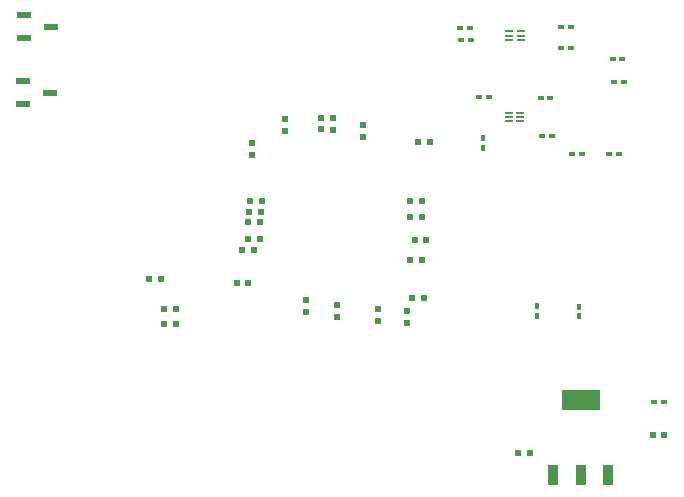
<source format=gbp>
G04*
G04 #@! TF.GenerationSoftware,Altium Limited,Altium Designer,19.1.7 (138)*
G04*
G04 Layer_Color=128*
%FSLAX25Y25*%
%MOIN*%
G70*
G01*
G75*
%ADD16R,0.02461X0.01575*%
%ADD17R,0.01575X0.02461*%
%ADD19R,0.01968X0.02362*%
%ADD62R,0.04528X0.02362*%
%ADD63R,0.02362X0.01968*%
%ADD64R,0.03150X0.00591*%
%ADD65R,0.12598X0.06890*%
%ADD66R,0.03740X0.06890*%
D16*
X223278Y177000D02*
D03*
X226522D02*
D03*
X236578Y70300D02*
D03*
X239822D02*
D03*
X226144Y184400D02*
D03*
X222900D02*
D03*
X178478Y171700D02*
D03*
X181722D02*
D03*
X208822Y195300D02*
D03*
X205578D02*
D03*
X208944Y188300D02*
D03*
X205700D02*
D03*
X172278Y190700D02*
D03*
X175522D02*
D03*
X172078Y194700D02*
D03*
X175322D02*
D03*
X202722Y158800D02*
D03*
X199478D02*
D03*
X202122Y171400D02*
D03*
X198878D02*
D03*
X221678Y152800D02*
D03*
X224922D02*
D03*
X212700D02*
D03*
X209456D02*
D03*
D17*
X179800Y158122D02*
D03*
Y154878D02*
D03*
X211700Y101922D02*
D03*
Y98678D02*
D03*
X197500Y102022D02*
D03*
Y98778D02*
D03*
D19*
X131100Y98631D02*
D03*
Y102569D02*
D03*
X125500Y161031D02*
D03*
Y164969D02*
D03*
X144600Y101169D02*
D03*
Y97232D02*
D03*
X154300Y100569D02*
D03*
Y96631D02*
D03*
X120700Y104237D02*
D03*
Y100300D02*
D03*
X113600Y160532D02*
D03*
Y164469D02*
D03*
X129800Y160832D02*
D03*
Y164769D02*
D03*
X139800Y158663D02*
D03*
Y162600D02*
D03*
X102500Y156469D02*
D03*
Y152531D02*
D03*
D62*
X35629Y195300D02*
D03*
X26771Y199040D02*
D03*
Y191560D02*
D03*
X35200Y173300D02*
D03*
X26342Y177040D02*
D03*
Y169560D02*
D03*
D63*
X101732Y133600D02*
D03*
X105668D02*
D03*
X155332Y137100D02*
D03*
X159268D02*
D03*
X155431Y131800D02*
D03*
X159369D02*
D03*
X73263Y101300D02*
D03*
X77200D02*
D03*
X73232Y96300D02*
D03*
X77169D02*
D03*
X103269Y120800D02*
D03*
X99331D02*
D03*
X105269Y124500D02*
D03*
X101331D02*
D03*
X156832Y124100D02*
D03*
X160769D02*
D03*
X101469Y109700D02*
D03*
X97531D02*
D03*
X105269Y130100D02*
D03*
X101331D02*
D03*
X156132Y105000D02*
D03*
X160069D02*
D03*
X158031Y157000D02*
D03*
X161969D02*
D03*
X155332Y117500D02*
D03*
X159268D02*
D03*
X68231Y111300D02*
D03*
X72169D02*
D03*
X105871Y137166D02*
D03*
X101934D02*
D03*
X236168Y59300D02*
D03*
X240105D02*
D03*
X195169Y53300D02*
D03*
X191232D02*
D03*
D64*
X188163Y166478D02*
D03*
Y165100D02*
D03*
Y163722D02*
D03*
X192100D02*
D03*
Y165100D02*
D03*
Y166478D02*
D03*
X192369Y190922D02*
D03*
Y192300D02*
D03*
Y193678D02*
D03*
X188432D02*
D03*
Y192300D02*
D03*
Y190922D02*
D03*
D65*
X212200Y70702D02*
D03*
D66*
X203145Y45898D02*
D03*
X212200D02*
D03*
X221255D02*
D03*
M02*

</source>
